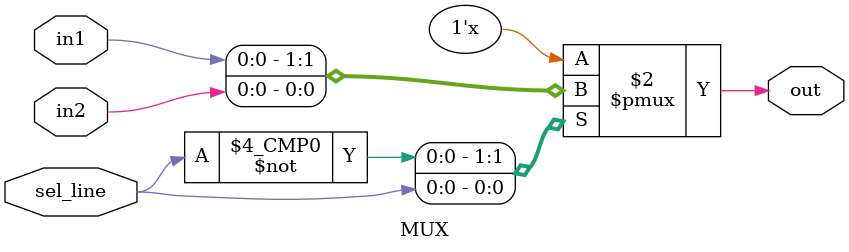
<source format=v>
module MUX #(
    parameter bus_width=1
) (
    input wire [bus_width-1:0] in1,in2,
    input wire sel_line,
    output reg [bus_width-1:0] out

);
    
always @(*) begin
    case (sel_line)
        1'b0:  out=in1;
        1'b1: out=in2;
        default: out=in1;
    endcase    
end


endmodule
</source>
